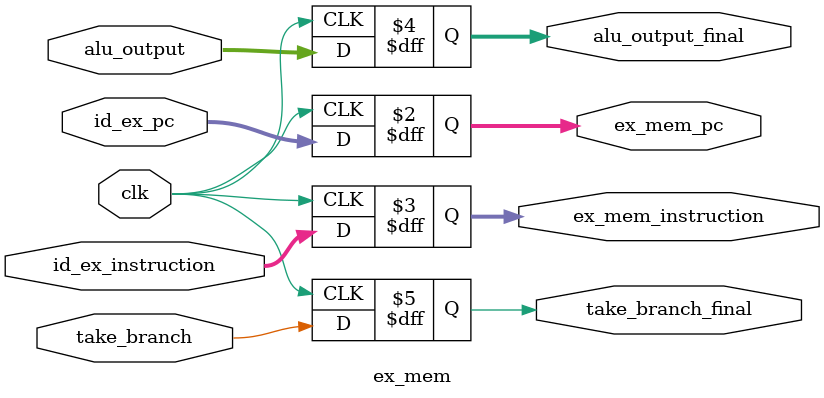
<source format=sv>
module ex_mem (output logic [31:0] ex_mem_pc, ex_mem_instruction,  
						output logic [31:0] alu_output_final, 
						output logic take_branch_final, 
						input logic [31:0] id_ex_pc, id_ex_instruction, 
						input logic [31:0]alu_output, 
						input logic take_branch,
						input logic clk); 

	
	// Saving logics from decode to execute stage 
	always_ff @ (posedge clk) begin
		ex_mem_pc <= id_ex_pc; 
		ex_mem_instruction <= id_ex_instruction; // instruction 
		alu_output_final <= alu_output; // not sure how to implement 
		take_branch_final <= take_branch; // not sure how to implement 
	end 
	
	
	// thoughts : if take branch is true, maybe add another logic  to see if branch instruction holds and if so, 
	// input same logic in pc and tell cpu to get rid of next 2 instructions 
endmodule 
</source>
